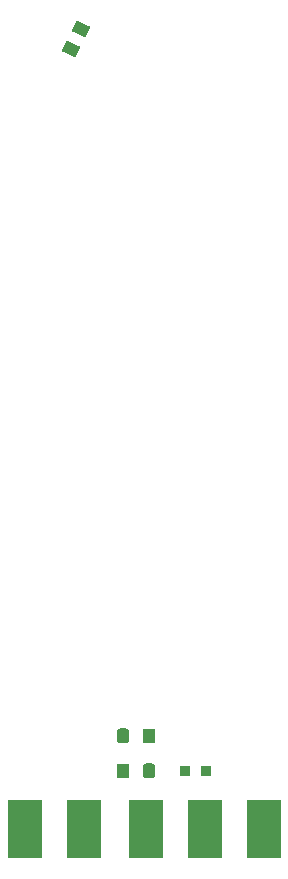
<source format=gtp>
%FSLAX25Y25*%
%MOIN*%
G70*
G01*
G75*
G04 Layer_Color=8421504*
%ADD10R,0.03800X0.03500*%
G04:AMPARAMS|DCode=11|XSize=39.37mil|YSize=50mil|CornerRadius=0mil|HoleSize=0mil|Usage=FLASHONLY|Rotation=65.000|XOffset=0mil|YOffset=0mil|HoleType=Round|Shape=Rectangle|*
%AMROTATEDRECTD11*
4,1,4,0.01434,-0.02841,-0.03098,-0.00728,-0.01434,0.02841,0.03098,0.00728,0.01434,-0.02841,0.0*
%
%ADD11ROTATEDRECTD11*%

%ADD12R,0.04000X0.05000*%
G04:AMPARAMS|DCode=13|XSize=40mil|YSize=50mil|CornerRadius=10mil|HoleSize=0mil|Usage=FLASHONLY|Rotation=0.000|XOffset=0mil|YOffset=0mil|HoleType=Round|Shape=RoundedRectangle|*
%AMROUNDEDRECTD13*
21,1,0.04000,0.03000,0,0,0.0*
21,1,0.02000,0.05000,0,0,0.0*
1,1,0.02000,0.01000,-0.01500*
1,1,0.02000,-0.01000,-0.01500*
1,1,0.02000,-0.01000,0.01500*
1,1,0.02000,0.01000,0.01500*
%
%ADD13ROUNDEDRECTD13*%
%ADD14R,0.11811X0.19685*%
%ADD15C,0.01000*%
%ADD16C,0.03937*%
%ADD17C,0.11811*%
%ADD18C,0.00500*%
%ADD19C,0.00600*%
D10*
X417323Y31496D02*
D03*
X410423D02*
D03*
D11*
X372419Y272197D02*
D03*
X375541Y278940D02*
D03*
D12*
X389764Y31496D02*
D03*
X398264Y43307D02*
D03*
D13*
Y31496D02*
D03*
X389764Y43307D02*
D03*
D14*
X376520Y12378D02*
D03*
X356835D02*
D03*
X436583D02*
D03*
X416898D02*
D03*
X397213D02*
D03*
M02*

</source>
